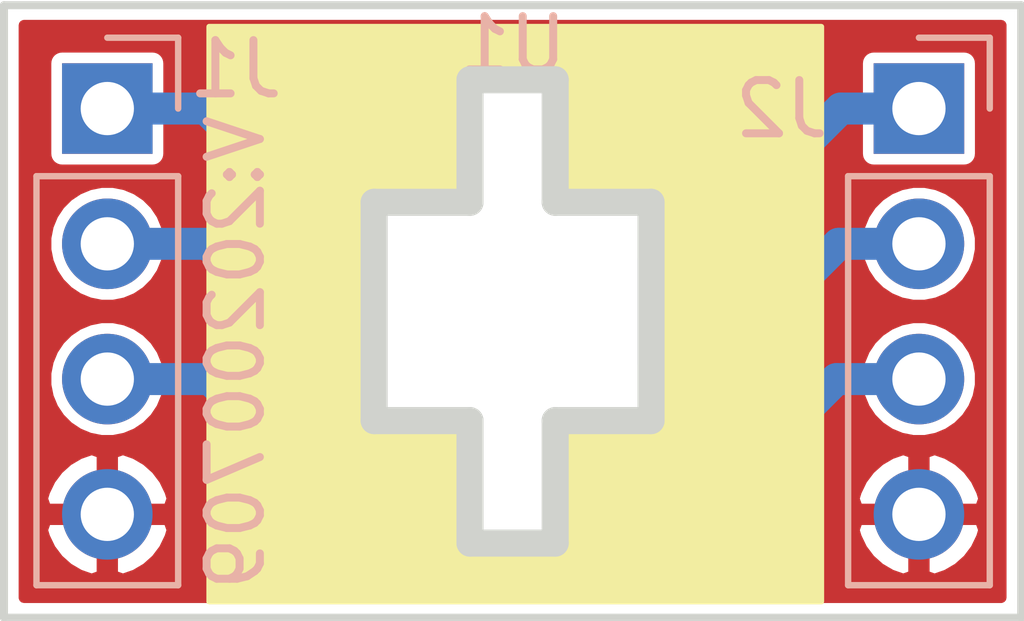
<source format=kicad_pcb>
(kicad_pcb (version 20171130) (host pcbnew 5.1.6-c6e7f7d~86~ubuntu19.10.1)

  (general
    (thickness 1.6)
    (drawings 16)
    (tracks 18)
    (zones 0)
    (modules 4)
    (nets 8)
  )

  (page A4)
  (layers
    (0 F.Cu signal)
    (31 B.Cu signal)
    (32 B.Adhes user)
    (33 F.Adhes user)
    (34 B.Paste user)
    (35 F.Paste user)
    (36 B.SilkS user)
    (37 F.SilkS user)
    (38 B.Mask user)
    (39 F.Mask user)
    (40 Dwgs.User user)
    (41 Cmts.User user)
    (42 Eco1.User user)
    (43 Eco2.User user)
    (44 Edge.Cuts user)
    (45 Margin user)
    (46 B.CrtYd user)
    (47 F.CrtYd user)
    (48 B.Fab user)
    (49 F.Fab user)
  )

  (setup
    (last_trace_width 0.6)
    (user_trace_width 0.1524)
    (user_trace_width 0.2)
    (user_trace_width 0.3)
    (user_trace_width 0.4)
    (user_trace_width 0.6)
    (user_trace_width 1)
    (user_trace_width 1.5)
    (user_trace_width 2)
    (trace_clearance 0.1524)
    (zone_clearance 0.2)
    (zone_45_only no)
    (trace_min 0.1524)
    (via_size 0.381)
    (via_drill 0.254)
    (via_min_size 0.381)
    (via_min_drill 0.254)
    (user_via 0.4 0.254)
    (user_via 0.6 0.4)
    (user_via 0.8 0.6)
    (user_via 1 0.8)
    (user_via 1.3 1)
    (user_via 1.5 1.2)
    (user_via 1.7 1.4)
    (user_via 1.9 1.6)
    (uvia_size 0.381)
    (uvia_drill 0.254)
    (uvias_allowed no)
    (uvia_min_size 0.381)
    (uvia_min_drill 0.254)
    (edge_width 0.508)
    (segment_width 0.2)
    (pcb_text_width 0.3)
    (pcb_text_size 1.5 1.5)
    (mod_edge_width 0.15)
    (mod_text_size 1 1)
    (mod_text_width 0.15)
    (pad_size 1.524 1.524)
    (pad_drill 0.762)
    (pad_to_mask_clearance 0.1)
    (solder_mask_min_width 0.1)
    (aux_axis_origin 0 0)
    (visible_elements FFFFFF7F)
    (pcbplotparams
      (layerselection 0x010fc_ffffffff)
      (usegerberextensions true)
      (usegerberattributes false)
      (usegerberadvancedattributes false)
      (creategerberjobfile false)
      (excludeedgelayer true)
      (linewidth 0.100000)
      (plotframeref false)
      (viasonmask false)
      (mode 1)
      (useauxorigin false)
      (hpglpennumber 1)
      (hpglpenspeed 20)
      (hpglpendiameter 15.000000)
      (psnegative false)
      (psa4output false)
      (plotreference true)
      (plotvalue true)
      (plotinvisibletext false)
      (padsonsilk false)
      (subtractmaskfromsilk false)
      (outputformat 1)
      (mirror false)
      (drillshape 0)
      (scaleselection 1)
      (outputdirectory "OSH_Park_2_layer_plots"))
  )

  (net 0 "")
  (net 1 /LED1_A)
  (net 2 /LED1_C)
  (net 3 /LED2_A)
  (net 4 /LED2_C)
  (net 5 /PD_A)
  (net 6 /PD_C)
  (net 7 /VSS)

  (net_class Default "This is the default net class."
    (clearance 0.1524)
    (trace_width 0.1524)
    (via_dia 0.381)
    (via_drill 0.254)
    (uvia_dia 0.381)
    (uvia_drill 0.254)
    (add_net /LED1_A)
    (add_net /LED1_C)
    (add_net /LED2_A)
    (add_net /LED2_C)
    (add_net /PD_A)
    (add_net /PD_C)
    (add_net /VSS)
  )

  (module SquantorOpto:PPG_sensor_reverse (layer F.Cu) (tedit 5F079BFC) (tstamp 5F08053E)
    (at 162.55 101.6)
    (descr "combination of SFH2440 reverse mount with 1206 reverse mount LEDS")
    (tags "PPG sensor")
    (path /5F07B38F)
    (fp_text reference U1 (at 0 -5) (layer B.SilkS)
      (effects (font (size 1 1) (thickness 0.15)) (justify mirror))
    )
    (fp_text value PPG_sensor (at 0 4.6) (layer B.Fab)
      (effects (font (size 1 1) (thickness 0.15)) (justify mirror))
    )
    (fp_text user "cut out" (at 0 -1.2) (layer Dwgs.User)
      (effects (font (size 1 1) (thickness 0.15)))
    )
    (fp_line (start 1.05 4.6) (end -1.05 4.6) (layer Dwgs.User) (width 0.05))
    (fp_line (start 1.05 -4.6) (end 1.05 -2.3) (layer Dwgs.User) (width 0.05))
    (fp_line (start -1.05 -4.6) (end 1.05 -4.6) (layer Dwgs.User) (width 0.05))
    (fp_line (start -1.05 4.6) (end -1.05 2.3) (layer Dwgs.User) (width 0.05))
    (fp_line (start -1.05 -2.3) (end -1.05 -4.6) (layer Dwgs.User) (width 0.05))
    (fp_line (start 1.05 2.3) (end 1.05 4.6) (layer Dwgs.User) (width 0.05))
    (fp_line (start -2.85 2.3) (end -2.85 -2.3) (layer Dwgs.User) (width 0.05))
    (fp_line (start 2.85 -2.3) (end 2.85 2.3) (layer Dwgs.User) (width 0.05))
    (fp_line (start -2.85 -2.3) (end -1.05 -2.3) (layer Dwgs.User) (width 0.05))
    (fp_line (start 1.05 -2.3) (end 2.85 -2.3) (layer Dwgs.User) (width 0.05))
    (fp_line (start 2.85 2.3) (end 1.05 2.3) (layer Dwgs.User) (width 0.05))
    (fp_line (start -1.05 2.3) (end -2.85 2.3) (layer Dwgs.User) (width 0.05))
    (fp_line (start -0.4 0) (end -0.4 -0.5) (layer Dwgs.User) (width 0.12))
    (fp_line (start -0.4 -0.5) (end 0.5 0) (layer Dwgs.User) (width 0.12))
    (fp_line (start 0.5 0) (end -0.4 0.5) (layer Dwgs.User) (width 0.12))
    (fp_line (start -0.4 0.5) (end -0.4 0) (layer Dwgs.User) (width 0.12))
    (fp_line (start 0.5 -0.5) (end 0.5 0.5) (layer Dwgs.User) (width 0.12))
    (fp_line (start -0.4 0) (end -0.8 0) (layer Dwgs.User) (width 0.12))
    (fp_line (start 0.5 0) (end 0.9 0) (layer Dwgs.User) (width 0.12))
    (fp_line (start -0.4 -3.1) (end -0.8 -3.1) (layer Dwgs.User) (width 0.12))
    (fp_line (start 0.5 -3.1) (end 0.9 -3.1) (layer Dwgs.User) (width 0.12))
    (fp_line (start -0.4 -3.1) (end -0.4 -3.6) (layer Dwgs.User) (width 0.12))
    (fp_line (start 0.5 -3.1) (end -0.4 -2.6) (layer Dwgs.User) (width 0.12))
    (fp_line (start 0.5 -3.6) (end 0.5 -2.6) (layer Dwgs.User) (width 0.12))
    (fp_line (start -0.4 -3.6) (end 0.5 -3.1) (layer Dwgs.User) (width 0.12))
    (fp_line (start -0.4 -2.6) (end -0.4 -3.1) (layer Dwgs.User) (width 0.12))
    (fp_line (start 0.5 3.1) (end -0.4 3.6) (layer Dwgs.User) (width 0.12))
    (fp_line (start 0.5 2.6) (end 0.5 3.6) (layer Dwgs.User) (width 0.12))
    (fp_line (start -0.4 3.1) (end -0.4 2.6) (layer Dwgs.User) (width 0.12))
    (fp_line (start -0.4 2.6) (end 0.5 3.1) (layer Dwgs.User) (width 0.12))
    (fp_line (start -0.4 3.6) (end -0.4 3.1) (layer Dwgs.User) (width 0.12))
    (fp_line (start 0.5 3.1) (end 0.9 3.1) (layer Dwgs.User) (width 0.12))
    (fp_line (start -0.4 3.1) (end -0.8 3.1) (layer Dwgs.User) (width 0.12))
    (pad 6 smd rect (at 1.8 3.1) (size 1.6 1.5) (layers B.Cu B.Paste B.Mask)
      (net 2 /LED1_C))
    (pad 4 smd rect (at 1.8 -3.1) (size 1.6 1.5) (layers B.Cu B.Paste B.Mask)
      (net 4 /LED2_C))
    (pad 3 smd rect (at -1.8 -3.1) (size 1.6 1.5) (layers B.Cu B.Paste B.Mask)
      (net 3 /LED2_A))
    (pad 1 smd rect (at -1.8 3.1) (size 1.6 1.5) (layers B.Cu B.Paste B.Mask)
      (net 1 /LED1_A))
    (pad 2 smd rect (at -3.05 0) (size 1.4 1.2) (layers B.Cu B.Paste B.Mask)
      (net 5 /PD_A))
    (pad 5 smd rect (at 3.05 0) (size 1.4 2) (layers B.Cu B.Paste B.Mask)
      (net 6 /PD_C))
  )

  (module Connector_PinHeader_2.54mm:PinHeader_1x04_P2.54mm_Vertical (layer B.Cu) (tedit 59FED5CC) (tstamp 5F080FAA)
    (at 170.18 97.79 180)
    (descr "Through hole straight pin header, 1x04, 2.54mm pitch, single row")
    (tags "Through hole pin header THT 1x04 2.54mm single row")
    (path /5D277F89)
    (fp_text reference J2 (at 2.58 -0.01) (layer B.SilkS)
      (effects (font (size 1 1) (thickness 0.15)) (justify mirror))
    )
    (fp_text value Conn_01x04 (at 0 -9.95) (layer B.Fab) hide
      (effects (font (size 1 1) (thickness 0.15)) (justify mirror))
    )
    (fp_line (start -0.635 1.27) (end 1.27 1.27) (layer B.Fab) (width 0.1))
    (fp_line (start 1.27 1.27) (end 1.27 -8.89) (layer B.Fab) (width 0.1))
    (fp_line (start 1.27 -8.89) (end -1.27 -8.89) (layer B.Fab) (width 0.1))
    (fp_line (start -1.27 -8.89) (end -1.27 0.635) (layer B.Fab) (width 0.1))
    (fp_line (start -1.27 0.635) (end -0.635 1.27) (layer B.Fab) (width 0.1))
    (fp_line (start -1.33 -8.95) (end 1.33 -8.95) (layer B.SilkS) (width 0.12))
    (fp_line (start -1.33 -1.27) (end -1.33 -8.95) (layer B.SilkS) (width 0.12))
    (fp_line (start 1.33 -1.27) (end 1.33 -8.95) (layer B.SilkS) (width 0.12))
    (fp_line (start -1.33 -1.27) (end 1.33 -1.27) (layer B.SilkS) (width 0.12))
    (fp_line (start -1.33 0) (end -1.33 1.33) (layer B.SilkS) (width 0.12))
    (fp_line (start -1.33 1.33) (end 0 1.33) (layer B.SilkS) (width 0.12))
    (fp_line (start -1.8 1.8) (end -1.8 -9.4) (layer B.CrtYd) (width 0.05))
    (fp_line (start -1.8 -9.4) (end 1.8 -9.4) (layer B.CrtYd) (width 0.05))
    (fp_line (start 1.8 -9.4) (end 1.8 1.8) (layer B.CrtYd) (width 0.05))
    (fp_line (start 1.8 1.8) (end -1.8 1.8) (layer B.CrtYd) (width 0.05))
    (fp_text user %R (at 0 -3.81 270) (layer B.Fab)
      (effects (font (size 1 1) (thickness 0.15)) (justify mirror))
    )
    (pad 4 thru_hole oval (at 0 -7.62 180) (size 1.7 1.7) (drill 1) (layers *.Cu *.Mask)
      (net 7 /VSS))
    (pad 3 thru_hole oval (at 0 -5.08 180) (size 1.7 1.7) (drill 1) (layers *.Cu *.Mask)
      (net 2 /LED1_C))
    (pad 2 thru_hole oval (at 0 -2.54 180) (size 1.7 1.7) (drill 1) (layers *.Cu *.Mask)
      (net 6 /PD_C))
    (pad 1 thru_hole rect (at 0 0 180) (size 1.7 1.7) (drill 1) (layers *.Cu *.Mask)
      (net 4 /LED2_C))
    (model ${KISYS3DMOD}/Connector_PinHeader_2.54mm.3dshapes/PinHeader_1x04_P2.54mm_Vertical.wrl
      (at (xyz 0 0 0))
      (scale (xyz 1 1 1))
      (rotate (xyz 0 0 0))
    )
  )

  (module Connector_PinHeader_2.54mm:PinHeader_1x04_P2.54mm_Vertical (layer B.Cu) (tedit 59FED5CC) (tstamp 5D27E54E)
    (at 154.94 97.79 180)
    (descr "Through hole straight pin header, 1x04, 2.54mm pitch, single row")
    (tags "Through hole pin header THT 1x04 2.54mm single row")
    (path /5D277621)
    (fp_text reference J1 (at -2.41 0.74) (layer B.SilkS)
      (effects (font (size 1 1) (thickness 0.15)) (justify mirror))
    )
    (fp_text value Conn_01x04 (at 0 -9.95) (layer B.Fab) hide
      (effects (font (size 1 1) (thickness 0.15)) (justify mirror))
    )
    (fp_line (start -0.635 1.27) (end 1.27 1.27) (layer B.Fab) (width 0.1))
    (fp_line (start 1.27 1.27) (end 1.27 -8.89) (layer B.Fab) (width 0.1))
    (fp_line (start 1.27 -8.89) (end -1.27 -8.89) (layer B.Fab) (width 0.1))
    (fp_line (start -1.27 -8.89) (end -1.27 0.635) (layer B.Fab) (width 0.1))
    (fp_line (start -1.27 0.635) (end -0.635 1.27) (layer B.Fab) (width 0.1))
    (fp_line (start -1.33 -8.95) (end 1.33 -8.95) (layer B.SilkS) (width 0.12))
    (fp_line (start -1.33 -1.27) (end -1.33 -8.95) (layer B.SilkS) (width 0.12))
    (fp_line (start 1.33 -1.27) (end 1.33 -8.95) (layer B.SilkS) (width 0.12))
    (fp_line (start -1.33 -1.27) (end 1.33 -1.27) (layer B.SilkS) (width 0.12))
    (fp_line (start -1.33 0) (end -1.33 1.33) (layer B.SilkS) (width 0.12))
    (fp_line (start -1.33 1.33) (end 0 1.33) (layer B.SilkS) (width 0.12))
    (fp_line (start -1.8 1.8) (end -1.8 -9.4) (layer B.CrtYd) (width 0.05))
    (fp_line (start -1.8 -9.4) (end 1.8 -9.4) (layer B.CrtYd) (width 0.05))
    (fp_line (start 1.8 -9.4) (end 1.8 1.8) (layer B.CrtYd) (width 0.05))
    (fp_line (start 1.8 1.8) (end -1.8 1.8) (layer B.CrtYd) (width 0.05))
    (fp_text user %R (at 0 -3.81 270) (layer B.Fab)
      (effects (font (size 1 1) (thickness 0.15)) (justify mirror))
    )
    (pad 4 thru_hole oval (at 0 -7.62 180) (size 1.7 1.7) (drill 1) (layers *.Cu *.Mask)
      (net 7 /VSS))
    (pad 3 thru_hole oval (at 0 -5.08 180) (size 1.7 1.7) (drill 1) (layers *.Cu *.Mask)
      (net 1 /LED1_A))
    (pad 2 thru_hole oval (at 0 -2.54 180) (size 1.7 1.7) (drill 1) (layers *.Cu *.Mask)
      (net 5 /PD_A))
    (pad 1 thru_hole rect (at 0 0 180) (size 1.7 1.7) (drill 1) (layers *.Cu *.Mask)
      (net 3 /LED2_A))
    (model ${KISYS3DMOD}/Connector_PinHeader_2.54mm.3dshapes/PinHeader_1x04_P2.54mm_Vertical.wrl
      (at (xyz 0 0 0))
      (scale (xyz 1 1 1))
      (rotate (xyz 0 0 0))
    )
  )

  (module SquantorLabels:Label_version (layer B.Cu) (tedit 5B5A1E49) (tstamp 5B96DD88)
    (at 157.25 102.6 90)
    (path /5A1357A5)
    (fp_text reference N2 (at 0 -1.4 90) (layer B.Fab) hide
      (effects (font (size 1 1) (thickness 0.15)) (justify mirror))
    )
    (fp_text value 20200709 (at -0.4 0.1 90) (layer B.SilkS)
      (effects (font (size 1 1) (thickness 0.15)) (justify mirror))
    )
    (fp_text user V: (at 4 0.1 90) (layer B.SilkS)
      (effects (font (size 1 1) (thickness 0.15)) (justify mirror))
    )
  )

  (gr_line (start 159.95 103.65) (end 159.95 99.55) (layer Edge.Cuts) (width 0.508))
  (gr_line (start 161.75 103.65) (end 159.95 103.65) (layer Edge.Cuts) (width 0.508))
  (gr_line (start 161.75 105.95) (end 161.75 103.65) (layer Edge.Cuts) (width 0.508))
  (gr_line (start 163.35 105.95) (end 161.75 105.95) (layer Edge.Cuts) (width 0.508))
  (gr_line (start 163.35 103.65) (end 163.35 105.95) (layer Edge.Cuts) (width 0.508))
  (gr_line (start 165.15 103.65) (end 163.35 103.65) (layer Edge.Cuts) (width 0.508))
  (gr_line (start 165.15 99.55) (end 165.15 103.65) (layer Edge.Cuts) (width 0.508))
  (gr_line (start 163.35 99.55) (end 165.15 99.55) (layer Edge.Cuts) (width 0.508))
  (gr_line (start 163.35 97.25) (end 163.35 99.55) (layer Edge.Cuts) (width 0.508))
  (gr_line (start 161.75 97.25) (end 163.35 97.25) (layer Edge.Cuts) (width 0.508))
  (gr_line (start 161.75 99.55) (end 161.75 97.25) (layer Edge.Cuts) (width 0.508))
  (gr_line (start 159.95 99.55) (end 161.75 99.55) (layer Edge.Cuts) (width 0.508))
  (gr_line (start 153 107.35) (end 153 95.85) (layer Edge.Cuts) (width 0.15) (tstamp 5D27E982))
  (gr_line (start 172.1 107.35) (end 153 107.35) (layer Edge.Cuts) (width 0.15))
  (gr_line (start 172.1 95.85) (end 172.1 107.35) (layer Edge.Cuts) (width 0.15))
  (gr_line (start 153 95.85) (end 172.1 95.85) (layer Edge.Cuts) (width 0.15))

  (segment (start 160.75 104.7) (end 158.7 104.7) (width 0.6) (layer B.Cu) (net 1))
  (segment (start 156.87 102.87) (end 154.94 102.87) (width 0.6) (layer B.Cu) (net 1))
  (segment (start 158.7 104.7) (end 156.87 102.87) (width 0.6) (layer B.Cu) (net 1))
  (segment (start 166.8 104.7) (end 164.35 104.7) (width 0.6) (layer B.Cu) (net 2))
  (segment (start 170.18 102.87) (end 168.63 102.87) (width 0.6) (layer B.Cu) (net 2))
  (segment (start 168.63 102.87) (end 166.8 104.7) (width 0.6) (layer B.Cu) (net 2))
  (segment (start 160.75 98.5) (end 157.5 98.5) (width 0.6) (layer B.Cu) (net 3))
  (segment (start 156.79 97.79) (end 154.94 97.79) (width 0.6) (layer B.Cu) (net 3))
  (segment (start 157.5 98.5) (end 156.79 97.79) (width 0.6) (layer B.Cu) (net 3))
  (segment (start 168 98.5) (end 164.35 98.5) (width 0.6) (layer B.Cu) (net 4))
  (segment (start 170.18 97.79) (end 168.71 97.79) (width 0.6) (layer B.Cu) (net 4))
  (segment (start 168.71 97.79) (end 168 98.5) (width 0.6) (layer B.Cu) (net 4))
  (segment (start 158.1 101.6) (end 159.24359 101.6) (width 0.6) (layer B.Cu) (net 5))
  (segment (start 154.94 100.33) (end 156.83 100.33) (width 0.6) (layer B.Cu) (net 5))
  (segment (start 156.83 100.33) (end 158.1 101.6) (width 0.6) (layer B.Cu) (net 5))
  (segment (start 167.4 101.6) (end 165.85641 101.6) (width 0.6) (layer B.Cu) (net 6))
  (segment (start 170.18 100.33) (end 168.67 100.33) (width 0.6) (layer B.Cu) (net 6))
  (segment (start 168.67 100.33) (end 167.4 101.6) (width 0.6) (layer B.Cu) (net 6))

  (zone (net 0) (net_name "") (layer F.SilkS) (tstamp 0) (hatch edge 0.508)
    (connect_pads (clearance 0.508))
    (min_thickness 0.1)
    (fill yes (arc_segments 32) (thermal_gap 0.508) (thermal_bridge_width 0.508))
    (polygon
      (pts
        (xy 156.8 96.2) (xy 168.4 96.2) (xy 168.4 107.1) (xy 156.8 107.1)
      )
    )
    (filled_polygon
      (pts
        (xy 168.35 107.05) (xy 156.85 107.05) (xy 156.85 99.55) (xy 159.95 99.55) (xy 159.95 103.65)
        (xy 161.75 103.65) (xy 161.75 105.95) (xy 163.35 105.95) (xy 163.35 103.65) (xy 165.15 103.65)
        (xy 165.15 99.55) (xy 163.35 99.55) (xy 163.35 97.25) (xy 161.75 97.25) (xy 161.75 99.55)
        (xy 159.95 99.55) (xy 156.85 99.55) (xy 156.85 96.25) (xy 168.35 96.25)
      )
    )
  )
  (zone (net 7) (net_name /VSS) (layer F.Cu) (tstamp 0) (hatch edge 0.508)
    (connect_pads (clearance 0.2))
    (min_thickness 0.2)
    (fill yes (arc_segments 32) (thermal_gap 0.3) (thermal_bridge_width 0.4))
    (polygon
      (pts
        (xy 172.1 107.35) (xy 153 107.35) (xy 153 95.85) (xy 172.1 95.85)
      )
    )
    (filled_polygon
      (pts
        (xy 171.725001 106.975) (xy 153.375 106.975) (xy 153.375 105.703685) (xy 153.72499 105.703685) (xy 153.766591 105.840835)
        (xy 153.873189 106.061477) (xy 154.020784 106.257084) (xy 154.203704 106.420138) (xy 154.41492 106.544373) (xy 154.646314 106.625014)
        (xy 154.84 106.555998) (xy 154.84 105.51) (xy 155.04 105.51) (xy 155.04 106.555998) (xy 155.233686 106.625014)
        (xy 155.46508 106.544373) (xy 155.676296 106.420138) (xy 155.859216 106.257084) (xy 156.006811 106.061477) (xy 156.113409 105.840835)
        (xy 156.15501 105.703685) (xy 156.085644 105.51) (xy 155.04 105.51) (xy 154.84 105.51) (xy 153.794356 105.51)
        (xy 153.72499 105.703685) (xy 153.375 105.703685) (xy 153.375 105.116315) (xy 153.72499 105.116315) (xy 153.794356 105.31)
        (xy 154.84 105.31) (xy 154.84 104.264002) (xy 155.04 104.264002) (xy 155.04 105.31) (xy 156.085644 105.31)
        (xy 156.15501 105.116315) (xy 156.113409 104.979165) (xy 156.006811 104.758523) (xy 155.859216 104.562916) (xy 155.676296 104.399862)
        (xy 155.46508 104.275627) (xy 155.233686 104.194986) (xy 155.04 104.264002) (xy 154.84 104.264002) (xy 154.646314 104.194986)
        (xy 154.41492 104.275627) (xy 154.203704 104.399862) (xy 154.020784 104.562916) (xy 153.873189 104.758523) (xy 153.766591 104.979165)
        (xy 153.72499 105.116315) (xy 153.375 105.116315) (xy 153.375 102.756735) (xy 153.79 102.756735) (xy 153.79 102.983265)
        (xy 153.834194 103.205443) (xy 153.920884 103.414729) (xy 154.046737 103.603082) (xy 154.206918 103.763263) (xy 154.395271 103.889116)
        (xy 154.604557 103.975806) (xy 154.826735 104.02) (xy 155.053265 104.02) (xy 155.275443 103.975806) (xy 155.484729 103.889116)
        (xy 155.673082 103.763263) (xy 155.833263 103.603082) (xy 155.959116 103.414729) (xy 156.045806 103.205443) (xy 156.09 102.983265)
        (xy 156.09 102.756735) (xy 156.045806 102.534557) (xy 155.959116 102.325271) (xy 155.833263 102.136918) (xy 155.673082 101.976737)
        (xy 155.484729 101.850884) (xy 155.275443 101.764194) (xy 155.053265 101.72) (xy 154.826735 101.72) (xy 154.604557 101.764194)
        (xy 154.395271 101.850884) (xy 154.206918 101.976737) (xy 154.046737 102.136918) (xy 153.920884 102.325271) (xy 153.834194 102.534557)
        (xy 153.79 102.756735) (xy 153.375 102.756735) (xy 153.375 100.216735) (xy 153.79 100.216735) (xy 153.79 100.443265)
        (xy 153.834194 100.665443) (xy 153.920884 100.874729) (xy 154.046737 101.063082) (xy 154.206918 101.223263) (xy 154.395271 101.349116)
        (xy 154.604557 101.435806) (xy 154.826735 101.48) (xy 155.053265 101.48) (xy 155.275443 101.435806) (xy 155.484729 101.349116)
        (xy 155.673082 101.223263) (xy 155.833263 101.063082) (xy 155.959116 100.874729) (xy 156.045806 100.665443) (xy 156.09 100.443265)
        (xy 156.09 100.216735) (xy 156.045806 99.994557) (xy 155.959116 99.785271) (xy 155.833263 99.596918) (xy 155.786345 99.55)
        (xy 159.39332 99.55) (xy 159.396001 99.577222) (xy 159.396 103.622788) (xy 159.39332 103.65) (xy 159.404016 103.758603)
        (xy 159.435695 103.863032) (xy 159.449637 103.889116) (xy 159.487137 103.959275) (xy 159.556368 104.043632) (xy 159.640725 104.112863)
        (xy 159.736968 104.164305) (xy 159.841397 104.195984) (xy 159.95 104.20668) (xy 159.977211 104.204) (xy 161.196001 104.204)
        (xy 161.196 105.922788) (xy 161.19332 105.95) (xy 161.204016 106.058603) (xy 161.235695 106.163032) (xy 161.285966 106.257084)
        (xy 161.287137 106.259275) (xy 161.356368 106.343632) (xy 161.440725 106.412863) (xy 161.536968 106.464305) (xy 161.641397 106.495984)
        (xy 161.75 106.50668) (xy 161.777211 106.504) (xy 163.322789 106.504) (xy 163.35 106.50668) (xy 163.458603 106.495984)
        (xy 163.563032 106.464305) (xy 163.659275 106.412863) (xy 163.743632 106.343632) (xy 163.812863 106.259275) (xy 163.864305 106.163032)
        (xy 163.895984 106.058603) (xy 163.904 105.977212) (xy 163.904 105.977211) (xy 163.90668 105.95) (xy 163.904 105.922788)
        (xy 163.904 105.703685) (xy 168.96499 105.703685) (xy 169.006591 105.840835) (xy 169.113189 106.061477) (xy 169.260784 106.257084)
        (xy 169.443704 106.420138) (xy 169.65492 106.544373) (xy 169.886314 106.625014) (xy 170.08 106.555998) (xy 170.08 105.51)
        (xy 170.28 105.51) (xy 170.28 106.555998) (xy 170.473686 106.625014) (xy 170.70508 106.544373) (xy 170.916296 106.420138)
        (xy 171.099216 106.257084) (xy 171.246811 106.061477) (xy 171.353409 105.840835) (xy 171.39501 105.703685) (xy 171.325644 105.51)
        (xy 170.28 105.51) (xy 170.08 105.51) (xy 169.034356 105.51) (xy 168.96499 105.703685) (xy 163.904 105.703685)
        (xy 163.904 105.116315) (xy 168.96499 105.116315) (xy 169.034356 105.31) (xy 170.08 105.31) (xy 170.08 104.264002)
        (xy 170.28 104.264002) (xy 170.28 105.31) (xy 171.325644 105.31) (xy 171.39501 105.116315) (xy 171.353409 104.979165)
        (xy 171.246811 104.758523) (xy 171.099216 104.562916) (xy 170.916296 104.399862) (xy 170.70508 104.275627) (xy 170.473686 104.194986)
        (xy 170.28 104.264002) (xy 170.08 104.264002) (xy 169.886314 104.194986) (xy 169.65492 104.275627) (xy 169.443704 104.399862)
        (xy 169.260784 104.562916) (xy 169.113189 104.758523) (xy 169.006591 104.979165) (xy 168.96499 105.116315) (xy 163.904 105.116315)
        (xy 163.904 104.204) (xy 165.122789 104.204) (xy 165.15 104.20668) (xy 165.258603 104.195984) (xy 165.363032 104.164305)
        (xy 165.459275 104.112863) (xy 165.543632 104.043632) (xy 165.612863 103.959275) (xy 165.664305 103.863032) (xy 165.695984 103.758603)
        (xy 165.704 103.677212) (xy 165.704 103.677211) (xy 165.70668 103.65) (xy 165.704 103.622788) (xy 165.704 102.756735)
        (xy 169.03 102.756735) (xy 169.03 102.983265) (xy 169.074194 103.205443) (xy 169.160884 103.414729) (xy 169.286737 103.603082)
        (xy 169.446918 103.763263) (xy 169.635271 103.889116) (xy 169.844557 103.975806) (xy 170.066735 104.02) (xy 170.293265 104.02)
        (xy 170.515443 103.975806) (xy 170.724729 103.889116) (xy 170.913082 103.763263) (xy 171.073263 103.603082) (xy 171.199116 103.414729)
        (xy 171.285806 103.205443) (xy 171.33 102.983265) (xy 171.33 102.756735) (xy 171.285806 102.534557) (xy 171.199116 102.325271)
        (xy 171.073263 102.136918) (xy 170.913082 101.976737) (xy 170.724729 101.850884) (xy 170.515443 101.764194) (xy 170.293265 101.72)
        (xy 170.066735 101.72) (xy 169.844557 101.764194) (xy 169.635271 101.850884) (xy 169.446918 101.976737) (xy 169.286737 102.136918)
        (xy 169.160884 102.325271) (xy 169.074194 102.534557) (xy 169.03 102.756735) (xy 165.704 102.756735) (xy 165.704 100.216735)
        (xy 169.03 100.216735) (xy 169.03 100.443265) (xy 169.074194 100.665443) (xy 169.160884 100.874729) (xy 169.286737 101.063082)
        (xy 169.446918 101.223263) (xy 169.635271 101.349116) (xy 169.844557 101.435806) (xy 170.066735 101.48) (xy 170.293265 101.48)
        (xy 170.515443 101.435806) (xy 170.724729 101.349116) (xy 170.913082 101.223263) (xy 171.073263 101.063082) (xy 171.199116 100.874729)
        (xy 171.285806 100.665443) (xy 171.33 100.443265) (xy 171.33 100.216735) (xy 171.285806 99.994557) (xy 171.199116 99.785271)
        (xy 171.073263 99.596918) (xy 170.913082 99.436737) (xy 170.724729 99.310884) (xy 170.515443 99.224194) (xy 170.293265 99.18)
        (xy 170.066735 99.18) (xy 169.844557 99.224194) (xy 169.635271 99.310884) (xy 169.446918 99.436737) (xy 169.286737 99.596918)
        (xy 169.160884 99.785271) (xy 169.074194 99.994557) (xy 169.03 100.216735) (xy 165.704 100.216735) (xy 165.704 99.577211)
        (xy 165.70668 99.55) (xy 165.695984 99.441397) (xy 165.664305 99.336968) (xy 165.612863 99.240725) (xy 165.543632 99.156368)
        (xy 165.459275 99.087137) (xy 165.363032 99.035695) (xy 165.258603 99.004016) (xy 165.177212 98.996) (xy 165.177211 98.996)
        (xy 165.15 98.99332) (xy 165.122788 98.996) (xy 163.904 98.996) (xy 163.904 97.277212) (xy 163.90668 97.25)
        (xy 163.895984 97.141397) (xy 163.864305 97.036968) (xy 163.812863 96.940725) (xy 163.812268 96.94) (xy 169.028549 96.94)
        (xy 169.028549 98.64) (xy 169.034341 98.69881) (xy 169.051496 98.75536) (xy 169.079353 98.807477) (xy 169.116842 98.853158)
        (xy 169.162523 98.890647) (xy 169.21464 98.918504) (xy 169.27119 98.935659) (xy 169.33 98.941451) (xy 171.03 98.941451)
        (xy 171.08881 98.935659) (xy 171.14536 98.918504) (xy 171.197477 98.890647) (xy 171.243158 98.853158) (xy 171.280647 98.807477)
        (xy 171.308504 98.75536) (xy 171.325659 98.69881) (xy 171.331451 98.64) (xy 171.331451 96.94) (xy 171.325659 96.88119)
        (xy 171.308504 96.82464) (xy 171.280647 96.772523) (xy 171.243158 96.726842) (xy 171.197477 96.689353) (xy 171.14536 96.661496)
        (xy 171.08881 96.644341) (xy 171.03 96.638549) (xy 169.33 96.638549) (xy 169.27119 96.644341) (xy 169.21464 96.661496)
        (xy 169.162523 96.689353) (xy 169.116842 96.726842) (xy 169.079353 96.772523) (xy 169.051496 96.82464) (xy 169.034341 96.88119)
        (xy 169.028549 96.94) (xy 163.812268 96.94) (xy 163.743632 96.856368) (xy 163.659275 96.787137) (xy 163.563032 96.735695)
        (xy 163.458603 96.704016) (xy 163.377212 96.696) (xy 163.377211 96.696) (xy 163.35 96.69332) (xy 163.322788 96.696)
        (xy 161.777212 96.696) (xy 161.75 96.69332) (xy 161.722789 96.696) (xy 161.722788 96.696) (xy 161.641397 96.704016)
        (xy 161.536968 96.735695) (xy 161.440725 96.787137) (xy 161.356368 96.856368) (xy 161.287137 96.940725) (xy 161.235695 97.036968)
        (xy 161.204016 97.141397) (xy 161.19332 97.25) (xy 161.196001 97.277222) (xy 161.196 98.996) (xy 159.977212 98.996)
        (xy 159.95 98.99332) (xy 159.922789 98.996) (xy 159.922788 98.996) (xy 159.841397 99.004016) (xy 159.736968 99.035695)
        (xy 159.640725 99.087137) (xy 159.556368 99.156368) (xy 159.487137 99.240725) (xy 159.435695 99.336968) (xy 159.404016 99.441397)
        (xy 159.39332 99.55) (xy 155.786345 99.55) (xy 155.673082 99.436737) (xy 155.484729 99.310884) (xy 155.275443 99.224194)
        (xy 155.053265 99.18) (xy 154.826735 99.18) (xy 154.604557 99.224194) (xy 154.395271 99.310884) (xy 154.206918 99.436737)
        (xy 154.046737 99.596918) (xy 153.920884 99.785271) (xy 153.834194 99.994557) (xy 153.79 100.216735) (xy 153.375 100.216735)
        (xy 153.375 96.94) (xy 153.788549 96.94) (xy 153.788549 98.64) (xy 153.794341 98.69881) (xy 153.811496 98.75536)
        (xy 153.839353 98.807477) (xy 153.876842 98.853158) (xy 153.922523 98.890647) (xy 153.97464 98.918504) (xy 154.03119 98.935659)
        (xy 154.09 98.941451) (xy 155.79 98.941451) (xy 155.84881 98.935659) (xy 155.90536 98.918504) (xy 155.957477 98.890647)
        (xy 156.003158 98.853158) (xy 156.040647 98.807477) (xy 156.068504 98.75536) (xy 156.085659 98.69881) (xy 156.091451 98.64)
        (xy 156.091451 96.94) (xy 156.085659 96.88119) (xy 156.068504 96.82464) (xy 156.040647 96.772523) (xy 156.003158 96.726842)
        (xy 155.957477 96.689353) (xy 155.90536 96.661496) (xy 155.84881 96.644341) (xy 155.79 96.638549) (xy 154.09 96.638549)
        (xy 154.03119 96.644341) (xy 153.97464 96.661496) (xy 153.922523 96.689353) (xy 153.876842 96.726842) (xy 153.839353 96.772523)
        (xy 153.811496 96.82464) (xy 153.794341 96.88119) (xy 153.788549 96.94) (xy 153.375 96.94) (xy 153.375 96.225)
        (xy 171.725 96.225)
      )
    )
  )
)

</source>
